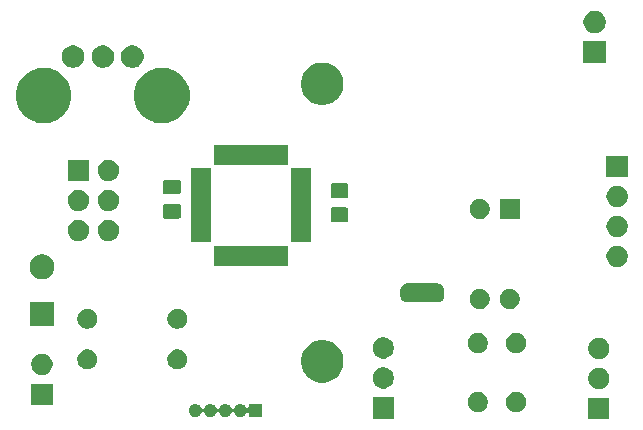
<source format=gbr>
G04 #@! TF.GenerationSoftware,KiCad,Pcbnew,(5.1.5)-3*
G04 #@! TF.CreationDate,2020-03-27T13:38:25+01:00*
G04 #@! TF.ProjectId,mimu_batt,6d696d75-5f62-4617-9474-2e6b69636164,rev?*
G04 #@! TF.SameCoordinates,Original*
G04 #@! TF.FileFunction,Soldermask,Top*
G04 #@! TF.FilePolarity,Negative*
%FSLAX46Y46*%
G04 Gerber Fmt 4.6, Leading zero omitted, Abs format (unit mm)*
G04 Created by KiCad (PCBNEW (5.1.5)-3) date 2020-03-27 13:38:25*
%MOMM*%
%LPD*%
G04 APERTURE LIST*
%ADD10C,0.100000*%
G04 APERTURE END LIST*
D10*
G36*
X215651000Y-124701000D02*
G01*
X213849000Y-124701000D01*
X213849000Y-122899000D01*
X215651000Y-122899000D01*
X215651000Y-124701000D01*
G37*
G36*
X197401000Y-124651000D02*
G01*
X195599000Y-124651000D01*
X195599000Y-122849000D01*
X197401000Y-122849000D01*
X197401000Y-124651000D01*
G37*
G36*
X180754721Y-123422174D02*
G01*
X180854995Y-123463709D01*
X180854996Y-123463710D01*
X180945242Y-123524010D01*
X181021990Y-123600758D01*
X181021991Y-123600760D01*
X181082291Y-123691005D01*
X181113516Y-123766389D01*
X181125067Y-123788000D01*
X181140612Y-123806941D01*
X181159554Y-123822487D01*
X181181165Y-123834038D01*
X181204614Y-123841151D01*
X181229000Y-123843553D01*
X181253386Y-123841151D01*
X181276835Y-123834038D01*
X181298446Y-123822487D01*
X181317387Y-123806942D01*
X181332933Y-123788000D01*
X181344484Y-123766389D01*
X181375709Y-123691005D01*
X181436009Y-123600760D01*
X181436010Y-123600758D01*
X181512758Y-123524010D01*
X181603004Y-123463710D01*
X181603005Y-123463709D01*
X181703279Y-123422174D01*
X181809730Y-123401000D01*
X181918270Y-123401000D01*
X182024721Y-123422174D01*
X182124995Y-123463709D01*
X182124996Y-123463710D01*
X182215242Y-123524010D01*
X182291990Y-123600758D01*
X182291991Y-123600760D01*
X182352291Y-123691005D01*
X182383516Y-123766389D01*
X182395067Y-123788000D01*
X182410612Y-123806941D01*
X182429554Y-123822487D01*
X182451165Y-123834038D01*
X182474614Y-123841151D01*
X182499000Y-123843553D01*
X182523386Y-123841151D01*
X182546835Y-123834038D01*
X182568446Y-123822487D01*
X182587387Y-123806942D01*
X182602933Y-123788000D01*
X182614484Y-123766389D01*
X182645709Y-123691005D01*
X182706009Y-123600760D01*
X182706010Y-123600758D01*
X182782758Y-123524010D01*
X182873004Y-123463710D01*
X182873005Y-123463709D01*
X182973279Y-123422174D01*
X183079730Y-123401000D01*
X183188270Y-123401000D01*
X183294721Y-123422174D01*
X183394995Y-123463709D01*
X183394996Y-123463710D01*
X183485242Y-123524010D01*
X183561990Y-123600758D01*
X183561991Y-123600760D01*
X183622291Y-123691005D01*
X183653516Y-123766389D01*
X183665067Y-123788000D01*
X183680612Y-123806941D01*
X183699554Y-123822487D01*
X183721165Y-123834038D01*
X183744614Y-123841151D01*
X183769000Y-123843553D01*
X183793386Y-123841151D01*
X183816835Y-123834038D01*
X183838446Y-123822487D01*
X183857387Y-123806942D01*
X183872933Y-123788000D01*
X183884484Y-123766389D01*
X183915709Y-123691005D01*
X183976009Y-123600760D01*
X183976010Y-123600758D01*
X184052758Y-123524010D01*
X184143004Y-123463710D01*
X184143005Y-123463709D01*
X184243279Y-123422174D01*
X184349730Y-123401000D01*
X184458270Y-123401000D01*
X184564721Y-123422174D01*
X184664995Y-123463709D01*
X184664996Y-123463710D01*
X184755242Y-123524010D01*
X184831990Y-123600758D01*
X184831991Y-123600760D01*
X184894068Y-123693664D01*
X184909614Y-123712606D01*
X184928556Y-123728151D01*
X184950167Y-123739702D01*
X184973615Y-123746815D01*
X184998002Y-123749217D01*
X185022388Y-123746815D01*
X185045837Y-123739702D01*
X185067447Y-123728151D01*
X185086389Y-123712605D01*
X185101934Y-123693663D01*
X185113485Y-123672052D01*
X185120598Y-123648604D01*
X185123000Y-123624218D01*
X185123000Y-123401000D01*
X186225000Y-123401000D01*
X186225000Y-124503000D01*
X185123000Y-124503000D01*
X185123000Y-124279782D01*
X185120598Y-124255396D01*
X185113485Y-124231947D01*
X185101934Y-124210336D01*
X185086389Y-124191394D01*
X185067447Y-124175849D01*
X185045836Y-124164298D01*
X185022387Y-124157185D01*
X184998001Y-124154783D01*
X184973615Y-124157185D01*
X184950166Y-124164298D01*
X184928555Y-124175849D01*
X184909613Y-124191394D01*
X184894068Y-124210336D01*
X184852988Y-124271816D01*
X184831990Y-124303242D01*
X184755242Y-124379990D01*
X184709812Y-124410345D01*
X184664995Y-124440291D01*
X184564721Y-124481826D01*
X184458270Y-124503000D01*
X184349730Y-124503000D01*
X184243279Y-124481826D01*
X184143005Y-124440291D01*
X184098188Y-124410345D01*
X184052758Y-124379990D01*
X183976010Y-124303242D01*
X183944041Y-124255396D01*
X183915709Y-124212995D01*
X183884484Y-124137611D01*
X183872933Y-124116000D01*
X183857388Y-124097059D01*
X183838446Y-124081513D01*
X183816835Y-124069962D01*
X183793386Y-124062849D01*
X183769000Y-124060447D01*
X183744614Y-124062849D01*
X183721165Y-124069962D01*
X183699554Y-124081513D01*
X183680613Y-124097058D01*
X183665067Y-124116000D01*
X183653516Y-124137611D01*
X183622291Y-124212995D01*
X183593959Y-124255396D01*
X183561990Y-124303242D01*
X183485242Y-124379990D01*
X183439812Y-124410345D01*
X183394995Y-124440291D01*
X183294721Y-124481826D01*
X183188270Y-124503000D01*
X183079730Y-124503000D01*
X182973279Y-124481826D01*
X182873005Y-124440291D01*
X182828188Y-124410345D01*
X182782758Y-124379990D01*
X182706010Y-124303242D01*
X182674041Y-124255396D01*
X182645709Y-124212995D01*
X182614484Y-124137611D01*
X182602933Y-124116000D01*
X182587388Y-124097059D01*
X182568446Y-124081513D01*
X182546835Y-124069962D01*
X182523386Y-124062849D01*
X182499000Y-124060447D01*
X182474614Y-124062849D01*
X182451165Y-124069962D01*
X182429554Y-124081513D01*
X182410613Y-124097058D01*
X182395067Y-124116000D01*
X182383516Y-124137611D01*
X182352291Y-124212995D01*
X182323959Y-124255396D01*
X182291990Y-124303242D01*
X182215242Y-124379990D01*
X182169812Y-124410345D01*
X182124995Y-124440291D01*
X182024721Y-124481826D01*
X181918270Y-124503000D01*
X181809730Y-124503000D01*
X181703279Y-124481826D01*
X181603005Y-124440291D01*
X181558188Y-124410345D01*
X181512758Y-124379990D01*
X181436010Y-124303242D01*
X181404041Y-124255396D01*
X181375709Y-124212995D01*
X181344484Y-124137611D01*
X181332933Y-124116000D01*
X181317388Y-124097059D01*
X181298446Y-124081513D01*
X181276835Y-124069962D01*
X181253386Y-124062849D01*
X181229000Y-124060447D01*
X181204614Y-124062849D01*
X181181165Y-124069962D01*
X181159554Y-124081513D01*
X181140613Y-124097058D01*
X181125067Y-124116000D01*
X181113516Y-124137611D01*
X181082291Y-124212995D01*
X181053959Y-124255396D01*
X181021990Y-124303242D01*
X180945242Y-124379990D01*
X180899812Y-124410345D01*
X180854995Y-124440291D01*
X180754721Y-124481826D01*
X180648270Y-124503000D01*
X180539730Y-124503000D01*
X180433279Y-124481826D01*
X180333005Y-124440291D01*
X180288188Y-124410345D01*
X180242758Y-124379990D01*
X180166010Y-124303242D01*
X180134041Y-124255396D01*
X180105709Y-124212995D01*
X180064174Y-124112721D01*
X180043000Y-124006270D01*
X180043000Y-123897730D01*
X180064174Y-123791279D01*
X180105709Y-123691005D01*
X180166009Y-123600760D01*
X180166010Y-123600758D01*
X180242758Y-123524010D01*
X180333004Y-123463710D01*
X180333005Y-123463709D01*
X180433279Y-123422174D01*
X180539730Y-123401000D01*
X180648270Y-123401000D01*
X180754721Y-123422174D01*
G37*
G36*
X207998228Y-122431703D02*
G01*
X208153100Y-122495853D01*
X208292481Y-122588985D01*
X208411015Y-122707519D01*
X208504147Y-122846900D01*
X208568297Y-123001772D01*
X208601000Y-123166184D01*
X208601000Y-123333816D01*
X208568297Y-123498228D01*
X208504147Y-123653100D01*
X208411015Y-123792481D01*
X208292481Y-123911015D01*
X208153100Y-124004147D01*
X207998228Y-124068297D01*
X207833816Y-124101000D01*
X207666184Y-124101000D01*
X207501772Y-124068297D01*
X207346900Y-124004147D01*
X207207519Y-123911015D01*
X207088985Y-123792481D01*
X206995853Y-123653100D01*
X206931703Y-123498228D01*
X206899000Y-123333816D01*
X206899000Y-123166184D01*
X206931703Y-123001772D01*
X206995853Y-122846900D01*
X207088985Y-122707519D01*
X207207519Y-122588985D01*
X207346900Y-122495853D01*
X207501772Y-122431703D01*
X207666184Y-122399000D01*
X207833816Y-122399000D01*
X207998228Y-122431703D01*
G37*
G36*
X204748228Y-122431703D02*
G01*
X204903100Y-122495853D01*
X205042481Y-122588985D01*
X205161015Y-122707519D01*
X205254147Y-122846900D01*
X205318297Y-123001772D01*
X205351000Y-123166184D01*
X205351000Y-123333816D01*
X205318297Y-123498228D01*
X205254147Y-123653100D01*
X205161015Y-123792481D01*
X205042481Y-123911015D01*
X204903100Y-124004147D01*
X204748228Y-124068297D01*
X204583816Y-124101000D01*
X204416184Y-124101000D01*
X204251772Y-124068297D01*
X204096900Y-124004147D01*
X203957519Y-123911015D01*
X203838985Y-123792481D01*
X203745853Y-123653100D01*
X203681703Y-123498228D01*
X203649000Y-123333816D01*
X203649000Y-123166184D01*
X203681703Y-123001772D01*
X203745853Y-122846900D01*
X203838985Y-122707519D01*
X203957519Y-122588985D01*
X204096900Y-122495853D01*
X204251772Y-122431703D01*
X204416184Y-122399000D01*
X204583816Y-122399000D01*
X204748228Y-122431703D01*
G37*
G36*
X168501000Y-123501000D02*
G01*
X166699000Y-123501000D01*
X166699000Y-121699000D01*
X168501000Y-121699000D01*
X168501000Y-123501000D01*
G37*
G36*
X214863512Y-120363927D02*
G01*
X215012812Y-120393624D01*
X215176784Y-120461544D01*
X215324354Y-120560147D01*
X215449853Y-120685646D01*
X215548456Y-120833216D01*
X215616376Y-120997188D01*
X215651000Y-121171259D01*
X215651000Y-121348741D01*
X215616376Y-121522812D01*
X215548456Y-121686784D01*
X215449853Y-121834354D01*
X215324354Y-121959853D01*
X215176784Y-122058456D01*
X215012812Y-122126376D01*
X214863512Y-122156073D01*
X214838742Y-122161000D01*
X214661258Y-122161000D01*
X214636488Y-122156073D01*
X214487188Y-122126376D01*
X214323216Y-122058456D01*
X214175646Y-121959853D01*
X214050147Y-121834354D01*
X213951544Y-121686784D01*
X213883624Y-121522812D01*
X213849000Y-121348741D01*
X213849000Y-121171259D01*
X213883624Y-120997188D01*
X213951544Y-120833216D01*
X214050147Y-120685646D01*
X214175646Y-120560147D01*
X214323216Y-120461544D01*
X214487188Y-120393624D01*
X214636488Y-120363927D01*
X214661258Y-120359000D01*
X214838742Y-120359000D01*
X214863512Y-120363927D01*
G37*
G36*
X196613512Y-120313927D02*
G01*
X196762812Y-120343624D01*
X196926784Y-120411544D01*
X197074354Y-120510147D01*
X197199853Y-120635646D01*
X197298456Y-120783216D01*
X197366376Y-120947188D01*
X197401000Y-121121259D01*
X197401000Y-121298741D01*
X197366376Y-121472812D01*
X197298456Y-121636784D01*
X197199853Y-121784354D01*
X197074354Y-121909853D01*
X196926784Y-122008456D01*
X196762812Y-122076376D01*
X196613512Y-122106073D01*
X196588742Y-122111000D01*
X196411258Y-122111000D01*
X196386488Y-122106073D01*
X196237188Y-122076376D01*
X196073216Y-122008456D01*
X195925646Y-121909853D01*
X195800147Y-121784354D01*
X195701544Y-121636784D01*
X195633624Y-121472812D01*
X195599000Y-121298741D01*
X195599000Y-121121259D01*
X195633624Y-120947188D01*
X195701544Y-120783216D01*
X195800147Y-120635646D01*
X195925646Y-120510147D01*
X196073216Y-120411544D01*
X196237188Y-120343624D01*
X196386488Y-120313927D01*
X196411258Y-120309000D01*
X196588742Y-120309000D01*
X196613512Y-120313927D01*
G37*
G36*
X191848931Y-118068211D02*
G01*
X192176692Y-118203974D01*
X192471670Y-118401072D01*
X192722528Y-118651930D01*
X192919626Y-118946908D01*
X193055389Y-119274669D01*
X193124600Y-119622616D01*
X193124600Y-119977384D01*
X193055389Y-120325331D01*
X192919626Y-120653092D01*
X192722528Y-120948070D01*
X192471670Y-121198928D01*
X192176692Y-121396026D01*
X191848931Y-121531789D01*
X191500984Y-121601000D01*
X191146216Y-121601000D01*
X190798269Y-121531789D01*
X190470508Y-121396026D01*
X190175530Y-121198928D01*
X189924672Y-120948070D01*
X189727574Y-120653092D01*
X189591811Y-120325331D01*
X189522600Y-119977384D01*
X189522600Y-119622616D01*
X189591811Y-119274669D01*
X189727574Y-118946908D01*
X189924672Y-118651930D01*
X190175530Y-118401072D01*
X190470508Y-118203974D01*
X190798269Y-118068211D01*
X191146216Y-117999000D01*
X191500984Y-117999000D01*
X191848931Y-118068211D01*
G37*
G36*
X167713512Y-119163927D02*
G01*
X167862812Y-119193624D01*
X168026784Y-119261544D01*
X168174354Y-119360147D01*
X168299853Y-119485646D01*
X168398456Y-119633216D01*
X168466376Y-119797188D01*
X168501000Y-119971259D01*
X168501000Y-120148741D01*
X168466376Y-120322812D01*
X168398456Y-120486784D01*
X168299853Y-120634354D01*
X168174354Y-120759853D01*
X168026784Y-120858456D01*
X167862812Y-120926376D01*
X167713512Y-120956073D01*
X167688742Y-120961000D01*
X167511258Y-120961000D01*
X167486488Y-120956073D01*
X167337188Y-120926376D01*
X167173216Y-120858456D01*
X167025646Y-120759853D01*
X166900147Y-120634354D01*
X166801544Y-120486784D01*
X166733624Y-120322812D01*
X166699000Y-120148741D01*
X166699000Y-119971259D01*
X166733624Y-119797188D01*
X166801544Y-119633216D01*
X166900147Y-119485646D01*
X167025646Y-119360147D01*
X167173216Y-119261544D01*
X167337188Y-119193624D01*
X167486488Y-119163927D01*
X167511258Y-119159000D01*
X167688742Y-119159000D01*
X167713512Y-119163927D01*
G37*
G36*
X171698228Y-118815703D02*
G01*
X171853100Y-118879853D01*
X171992481Y-118972985D01*
X172111015Y-119091519D01*
X172204147Y-119230900D01*
X172268297Y-119385772D01*
X172301000Y-119550184D01*
X172301000Y-119717816D01*
X172268297Y-119882228D01*
X172204147Y-120037100D01*
X172111015Y-120176481D01*
X171992481Y-120295015D01*
X171853100Y-120388147D01*
X171698228Y-120452297D01*
X171533816Y-120485000D01*
X171366184Y-120485000D01*
X171201772Y-120452297D01*
X171046900Y-120388147D01*
X170907519Y-120295015D01*
X170788985Y-120176481D01*
X170695853Y-120037100D01*
X170631703Y-119882228D01*
X170599000Y-119717816D01*
X170599000Y-119550184D01*
X170631703Y-119385772D01*
X170695853Y-119230900D01*
X170788985Y-119091519D01*
X170907519Y-118972985D01*
X171046900Y-118879853D01*
X171201772Y-118815703D01*
X171366184Y-118783000D01*
X171533816Y-118783000D01*
X171698228Y-118815703D01*
G37*
G36*
X179318228Y-118815703D02*
G01*
X179473100Y-118879853D01*
X179612481Y-118972985D01*
X179731015Y-119091519D01*
X179824147Y-119230900D01*
X179888297Y-119385772D01*
X179921000Y-119550184D01*
X179921000Y-119717816D01*
X179888297Y-119882228D01*
X179824147Y-120037100D01*
X179731015Y-120176481D01*
X179612481Y-120295015D01*
X179473100Y-120388147D01*
X179318228Y-120452297D01*
X179153816Y-120485000D01*
X178986184Y-120485000D01*
X178821772Y-120452297D01*
X178666900Y-120388147D01*
X178527519Y-120295015D01*
X178408985Y-120176481D01*
X178315853Y-120037100D01*
X178251703Y-119882228D01*
X178219000Y-119717816D01*
X178219000Y-119550184D01*
X178251703Y-119385772D01*
X178315853Y-119230900D01*
X178408985Y-119091519D01*
X178527519Y-118972985D01*
X178666900Y-118879853D01*
X178821772Y-118815703D01*
X178986184Y-118783000D01*
X179153816Y-118783000D01*
X179318228Y-118815703D01*
G37*
G36*
X214863512Y-117823927D02*
G01*
X215012812Y-117853624D01*
X215176784Y-117921544D01*
X215324354Y-118020147D01*
X215449853Y-118145646D01*
X215548456Y-118293216D01*
X215616376Y-118457188D01*
X215651000Y-118631259D01*
X215651000Y-118808741D01*
X215616376Y-118982812D01*
X215548456Y-119146784D01*
X215449853Y-119294354D01*
X215324354Y-119419853D01*
X215176784Y-119518456D01*
X215012812Y-119586376D01*
X214863512Y-119616073D01*
X214838742Y-119621000D01*
X214661258Y-119621000D01*
X214636488Y-119616073D01*
X214487188Y-119586376D01*
X214323216Y-119518456D01*
X214175646Y-119419853D01*
X214050147Y-119294354D01*
X213951544Y-119146784D01*
X213883624Y-118982812D01*
X213849000Y-118808741D01*
X213849000Y-118631259D01*
X213883624Y-118457188D01*
X213951544Y-118293216D01*
X214050147Y-118145646D01*
X214175646Y-118020147D01*
X214323216Y-117921544D01*
X214487188Y-117853624D01*
X214636488Y-117823927D01*
X214661258Y-117819000D01*
X214838742Y-117819000D01*
X214863512Y-117823927D01*
G37*
G36*
X196613512Y-117773927D02*
G01*
X196762812Y-117803624D01*
X196926784Y-117871544D01*
X197074354Y-117970147D01*
X197199853Y-118095646D01*
X197298456Y-118243216D01*
X197366376Y-118407188D01*
X197401000Y-118581259D01*
X197401000Y-118758741D01*
X197366376Y-118932812D01*
X197298456Y-119096784D01*
X197199853Y-119244354D01*
X197074354Y-119369853D01*
X196926784Y-119468456D01*
X196762812Y-119536376D01*
X196613512Y-119566073D01*
X196588742Y-119571000D01*
X196411258Y-119571000D01*
X196386488Y-119566073D01*
X196237188Y-119536376D01*
X196073216Y-119468456D01*
X195925646Y-119369853D01*
X195800147Y-119244354D01*
X195701544Y-119096784D01*
X195633624Y-118932812D01*
X195599000Y-118758741D01*
X195599000Y-118581259D01*
X195633624Y-118407188D01*
X195701544Y-118243216D01*
X195800147Y-118095646D01*
X195925646Y-117970147D01*
X196073216Y-117871544D01*
X196237188Y-117803624D01*
X196386488Y-117773927D01*
X196411258Y-117769000D01*
X196588742Y-117769000D01*
X196613512Y-117773927D01*
G37*
G36*
X207998228Y-117431703D02*
G01*
X208153100Y-117495853D01*
X208292481Y-117588985D01*
X208411015Y-117707519D01*
X208504147Y-117846900D01*
X208568297Y-118001772D01*
X208601000Y-118166184D01*
X208601000Y-118333816D01*
X208568297Y-118498228D01*
X208504147Y-118653100D01*
X208411015Y-118792481D01*
X208292481Y-118911015D01*
X208153100Y-119004147D01*
X207998228Y-119068297D01*
X207833816Y-119101000D01*
X207666184Y-119101000D01*
X207501772Y-119068297D01*
X207346900Y-119004147D01*
X207207519Y-118911015D01*
X207088985Y-118792481D01*
X206995853Y-118653100D01*
X206931703Y-118498228D01*
X206899000Y-118333816D01*
X206899000Y-118166184D01*
X206931703Y-118001772D01*
X206995853Y-117846900D01*
X207088985Y-117707519D01*
X207207519Y-117588985D01*
X207346900Y-117495853D01*
X207501772Y-117431703D01*
X207666184Y-117399000D01*
X207833816Y-117399000D01*
X207998228Y-117431703D01*
G37*
G36*
X204748228Y-117431703D02*
G01*
X204903100Y-117495853D01*
X205042481Y-117588985D01*
X205161015Y-117707519D01*
X205254147Y-117846900D01*
X205318297Y-118001772D01*
X205351000Y-118166184D01*
X205351000Y-118333816D01*
X205318297Y-118498228D01*
X205254147Y-118653100D01*
X205161015Y-118792481D01*
X205042481Y-118911015D01*
X204903100Y-119004147D01*
X204748228Y-119068297D01*
X204583816Y-119101000D01*
X204416184Y-119101000D01*
X204251772Y-119068297D01*
X204096900Y-119004147D01*
X203957519Y-118911015D01*
X203838985Y-118792481D01*
X203745853Y-118653100D01*
X203681703Y-118498228D01*
X203649000Y-118333816D01*
X203649000Y-118166184D01*
X203681703Y-118001772D01*
X203745853Y-117846900D01*
X203838985Y-117707519D01*
X203957519Y-117588985D01*
X204096900Y-117495853D01*
X204251772Y-117431703D01*
X204416184Y-117399000D01*
X204583816Y-117399000D01*
X204748228Y-117431703D01*
G37*
G36*
X171698228Y-115386703D02*
G01*
X171853100Y-115450853D01*
X171992481Y-115543985D01*
X172111015Y-115662519D01*
X172204147Y-115801900D01*
X172268297Y-115956772D01*
X172301000Y-116121184D01*
X172301000Y-116288816D01*
X172268297Y-116453228D01*
X172204147Y-116608100D01*
X172111015Y-116747481D01*
X171992481Y-116866015D01*
X171853100Y-116959147D01*
X171698228Y-117023297D01*
X171533816Y-117056000D01*
X171366184Y-117056000D01*
X171201772Y-117023297D01*
X171046900Y-116959147D01*
X170907519Y-116866015D01*
X170788985Y-116747481D01*
X170695853Y-116608100D01*
X170631703Y-116453228D01*
X170599000Y-116288816D01*
X170599000Y-116121184D01*
X170631703Y-115956772D01*
X170695853Y-115801900D01*
X170788985Y-115662519D01*
X170907519Y-115543985D01*
X171046900Y-115450853D01*
X171201772Y-115386703D01*
X171366184Y-115354000D01*
X171533816Y-115354000D01*
X171698228Y-115386703D01*
G37*
G36*
X179318228Y-115386703D02*
G01*
X179473100Y-115450853D01*
X179612481Y-115543985D01*
X179731015Y-115662519D01*
X179824147Y-115801900D01*
X179888297Y-115956772D01*
X179921000Y-116121184D01*
X179921000Y-116288816D01*
X179888297Y-116453228D01*
X179824147Y-116608100D01*
X179731015Y-116747481D01*
X179612481Y-116866015D01*
X179473100Y-116959147D01*
X179318228Y-117023297D01*
X179153816Y-117056000D01*
X178986184Y-117056000D01*
X178821772Y-117023297D01*
X178666900Y-116959147D01*
X178527519Y-116866015D01*
X178408985Y-116747481D01*
X178315853Y-116608100D01*
X178251703Y-116453228D01*
X178219000Y-116288816D01*
X178219000Y-116121184D01*
X178251703Y-115956772D01*
X178315853Y-115801900D01*
X178408985Y-115662519D01*
X178527519Y-115543985D01*
X178666900Y-115450853D01*
X178821772Y-115386703D01*
X178986184Y-115354000D01*
X179153816Y-115354000D01*
X179318228Y-115386703D01*
G37*
G36*
X168651000Y-116851000D02*
G01*
X166549000Y-116851000D01*
X166549000Y-114749000D01*
X168651000Y-114749000D01*
X168651000Y-116851000D01*
G37*
G36*
X207448228Y-113701703D02*
G01*
X207603100Y-113765853D01*
X207742481Y-113858985D01*
X207861015Y-113977519D01*
X207954147Y-114116900D01*
X208018297Y-114271772D01*
X208051000Y-114436184D01*
X208051000Y-114603816D01*
X208018297Y-114768228D01*
X207954147Y-114923100D01*
X207861015Y-115062481D01*
X207742481Y-115181015D01*
X207603100Y-115274147D01*
X207448228Y-115338297D01*
X207283816Y-115371000D01*
X207116184Y-115371000D01*
X206951772Y-115338297D01*
X206796900Y-115274147D01*
X206657519Y-115181015D01*
X206538985Y-115062481D01*
X206445853Y-114923100D01*
X206381703Y-114768228D01*
X206349000Y-114603816D01*
X206349000Y-114436184D01*
X206381703Y-114271772D01*
X206445853Y-114116900D01*
X206538985Y-113977519D01*
X206657519Y-113858985D01*
X206796900Y-113765853D01*
X206951772Y-113701703D01*
X207116184Y-113669000D01*
X207283816Y-113669000D01*
X207448228Y-113701703D01*
G37*
G36*
X204908228Y-113701703D02*
G01*
X205063100Y-113765853D01*
X205202481Y-113858985D01*
X205321015Y-113977519D01*
X205414147Y-114116900D01*
X205478297Y-114271772D01*
X205511000Y-114436184D01*
X205511000Y-114603816D01*
X205478297Y-114768228D01*
X205414147Y-114923100D01*
X205321015Y-115062481D01*
X205202481Y-115181015D01*
X205063100Y-115274147D01*
X204908228Y-115338297D01*
X204743816Y-115371000D01*
X204576184Y-115371000D01*
X204411772Y-115338297D01*
X204256900Y-115274147D01*
X204117519Y-115181015D01*
X203998985Y-115062481D01*
X203905853Y-114923100D01*
X203841703Y-114768228D01*
X203809000Y-114603816D01*
X203809000Y-114436184D01*
X203841703Y-114271772D01*
X203905853Y-114116900D01*
X203998985Y-113977519D01*
X204117519Y-113858985D01*
X204256900Y-113765853D01*
X204411772Y-113701703D01*
X204576184Y-113669000D01*
X204743816Y-113669000D01*
X204908228Y-113701703D01*
G37*
G36*
X199059999Y-113199737D02*
G01*
X199074528Y-113204145D01*
X199087711Y-113209606D01*
X199111745Y-113214388D01*
X199136249Y-113214389D01*
X199160282Y-113209609D01*
X199182921Y-113200232D01*
X199184765Y-113199000D01*
X200416050Y-113199000D01*
X200428164Y-113205475D01*
X200451613Y-113212588D01*
X200475999Y-113214990D01*
X200500385Y-113212588D01*
X200523834Y-113205475D01*
X200528746Y-113203152D01*
X200540001Y-113199737D01*
X200556140Y-113198148D01*
X201093861Y-113198148D01*
X201112199Y-113199954D01*
X201124450Y-113200556D01*
X201142869Y-113200556D01*
X201165149Y-113202750D01*
X201249233Y-113219476D01*
X201270660Y-113225976D01*
X201349858Y-113258780D01*
X201355303Y-113261691D01*
X201355309Y-113261693D01*
X201364169Y-113266429D01*
X201364173Y-113266432D01*
X201369614Y-113269340D01*
X201440899Y-113316971D01*
X201458204Y-113331172D01*
X201518828Y-113391796D01*
X201533029Y-113409101D01*
X201580660Y-113480386D01*
X201583568Y-113485827D01*
X201583571Y-113485831D01*
X201588307Y-113494691D01*
X201588309Y-113494697D01*
X201591220Y-113500142D01*
X201624024Y-113579340D01*
X201630524Y-113600767D01*
X201647250Y-113684851D01*
X201649444Y-113707131D01*
X201649444Y-113725550D01*
X201650046Y-113737801D01*
X201651852Y-113756139D01*
X201651852Y-114243862D01*
X201650046Y-114262199D01*
X201649444Y-114274450D01*
X201649444Y-114292869D01*
X201647250Y-114315149D01*
X201630524Y-114399233D01*
X201624024Y-114420660D01*
X201591220Y-114499858D01*
X201588309Y-114505303D01*
X201588307Y-114505309D01*
X201583571Y-114514169D01*
X201583568Y-114514173D01*
X201580660Y-114519614D01*
X201533029Y-114590899D01*
X201518828Y-114608204D01*
X201458204Y-114668828D01*
X201440899Y-114683029D01*
X201369614Y-114730660D01*
X201364173Y-114733568D01*
X201364169Y-114733571D01*
X201355309Y-114738307D01*
X201355303Y-114738309D01*
X201349858Y-114741220D01*
X201270660Y-114774024D01*
X201249233Y-114780524D01*
X201165149Y-114797250D01*
X201142869Y-114799444D01*
X201124450Y-114799444D01*
X201112199Y-114800046D01*
X201093862Y-114801852D01*
X200556140Y-114801852D01*
X200540001Y-114800263D01*
X200525472Y-114795855D01*
X200512289Y-114790394D01*
X200488255Y-114785612D01*
X200463751Y-114785611D01*
X200439718Y-114790391D01*
X200417079Y-114799768D01*
X200415235Y-114801000D01*
X199183950Y-114801000D01*
X199171836Y-114794525D01*
X199148387Y-114787412D01*
X199124001Y-114785010D01*
X199099615Y-114787412D01*
X199076166Y-114794525D01*
X199071254Y-114796848D01*
X199059999Y-114800263D01*
X199043860Y-114801852D01*
X198506138Y-114801852D01*
X198487801Y-114800046D01*
X198475550Y-114799444D01*
X198457131Y-114799444D01*
X198434851Y-114797250D01*
X198350767Y-114780524D01*
X198329340Y-114774024D01*
X198250142Y-114741220D01*
X198244697Y-114738309D01*
X198244691Y-114738307D01*
X198235831Y-114733571D01*
X198235827Y-114733568D01*
X198230386Y-114730660D01*
X198159101Y-114683029D01*
X198141796Y-114668828D01*
X198081172Y-114608204D01*
X198066971Y-114590899D01*
X198019340Y-114519614D01*
X198016432Y-114514173D01*
X198016429Y-114514169D01*
X198011693Y-114505309D01*
X198011691Y-114505303D01*
X198008780Y-114499858D01*
X197975976Y-114420660D01*
X197969476Y-114399233D01*
X197952750Y-114315149D01*
X197950556Y-114292869D01*
X197950556Y-114274450D01*
X197949954Y-114262199D01*
X197948148Y-114243862D01*
X197948148Y-113756139D01*
X197949954Y-113737801D01*
X197950556Y-113725550D01*
X197950556Y-113707131D01*
X197952750Y-113684851D01*
X197969476Y-113600767D01*
X197975976Y-113579340D01*
X198008780Y-113500142D01*
X198011691Y-113494697D01*
X198011693Y-113494691D01*
X198016429Y-113485831D01*
X198016432Y-113485827D01*
X198019340Y-113480386D01*
X198066971Y-113409101D01*
X198081172Y-113391796D01*
X198141796Y-113331172D01*
X198159101Y-113316971D01*
X198230386Y-113269340D01*
X198235827Y-113266432D01*
X198235831Y-113266429D01*
X198244691Y-113261693D01*
X198244697Y-113261691D01*
X198250142Y-113258780D01*
X198329340Y-113225976D01*
X198350767Y-113219476D01*
X198434851Y-113202750D01*
X198457131Y-113200556D01*
X198475550Y-113200556D01*
X198487801Y-113199954D01*
X198506139Y-113198148D01*
X199043860Y-113198148D01*
X199059999Y-113199737D01*
G37*
G36*
X167906564Y-110789389D02*
G01*
X168007647Y-110831259D01*
X168097835Y-110868616D01*
X168269973Y-110983635D01*
X168416365Y-111130027D01*
X168531385Y-111302167D01*
X168610611Y-111493436D01*
X168651000Y-111696484D01*
X168651000Y-111903516D01*
X168610611Y-112106564D01*
X168531385Y-112297833D01*
X168531384Y-112297835D01*
X168416365Y-112469973D01*
X168269973Y-112616365D01*
X168097835Y-112731384D01*
X168097834Y-112731385D01*
X168097833Y-112731385D01*
X167906564Y-112810611D01*
X167703516Y-112851000D01*
X167496484Y-112851000D01*
X167293436Y-112810611D01*
X167102167Y-112731385D01*
X167102166Y-112731385D01*
X167102165Y-112731384D01*
X166930027Y-112616365D01*
X166783635Y-112469973D01*
X166668616Y-112297835D01*
X166668615Y-112297833D01*
X166589389Y-112106564D01*
X166549000Y-111903516D01*
X166549000Y-111696484D01*
X166589389Y-111493436D01*
X166668615Y-111302167D01*
X166783635Y-111130027D01*
X166930027Y-110983635D01*
X167102165Y-110868616D01*
X167192353Y-110831259D01*
X167293436Y-110789389D01*
X167496484Y-110749000D01*
X167703516Y-110749000D01*
X167906564Y-110789389D01*
G37*
G36*
X216413512Y-110023927D02*
G01*
X216562812Y-110053624D01*
X216726784Y-110121544D01*
X216874354Y-110220147D01*
X216999853Y-110345646D01*
X217098456Y-110493216D01*
X217166376Y-110657188D01*
X217201000Y-110831259D01*
X217201000Y-111008741D01*
X217166376Y-111182812D01*
X217098456Y-111346784D01*
X216999853Y-111494354D01*
X216874354Y-111619853D01*
X216726784Y-111718456D01*
X216562812Y-111786376D01*
X216413512Y-111816073D01*
X216388742Y-111821000D01*
X216211258Y-111821000D01*
X216186488Y-111816073D01*
X216037188Y-111786376D01*
X215873216Y-111718456D01*
X215725646Y-111619853D01*
X215600147Y-111494354D01*
X215501544Y-111346784D01*
X215433624Y-111182812D01*
X215399000Y-111008741D01*
X215399000Y-110831259D01*
X215433624Y-110657188D01*
X215501544Y-110493216D01*
X215600147Y-110345646D01*
X215725646Y-110220147D01*
X215873216Y-110121544D01*
X216037188Y-110053624D01*
X216186488Y-110023927D01*
X216211258Y-110019000D01*
X216388742Y-110019000D01*
X216413512Y-110023927D01*
G37*
G36*
X188426000Y-111701000D02*
G01*
X182174000Y-111701000D01*
X182174000Y-109999000D01*
X188426000Y-109999000D01*
X188426000Y-111701000D01*
G37*
G36*
X190401000Y-109726000D02*
G01*
X188699000Y-109726000D01*
X188699000Y-103474000D01*
X190401000Y-103474000D01*
X190401000Y-109726000D01*
G37*
G36*
X181901000Y-109726000D02*
G01*
X180199000Y-109726000D01*
X180199000Y-103474000D01*
X181901000Y-103474000D01*
X181901000Y-109726000D01*
G37*
G36*
X173341512Y-107815927D02*
G01*
X173490812Y-107845624D01*
X173654784Y-107913544D01*
X173802354Y-108012147D01*
X173927853Y-108137646D01*
X174026456Y-108285216D01*
X174094376Y-108449188D01*
X174124073Y-108598488D01*
X174129000Y-108623258D01*
X174129000Y-108800742D01*
X174127798Y-108806784D01*
X174094376Y-108974812D01*
X174026456Y-109138784D01*
X173927853Y-109286354D01*
X173802354Y-109411853D01*
X173654784Y-109510456D01*
X173490812Y-109578376D01*
X173341512Y-109608073D01*
X173316742Y-109613000D01*
X173139258Y-109613000D01*
X173114488Y-109608073D01*
X172965188Y-109578376D01*
X172801216Y-109510456D01*
X172653646Y-109411853D01*
X172528147Y-109286354D01*
X172429544Y-109138784D01*
X172361624Y-108974812D01*
X172328202Y-108806784D01*
X172327000Y-108800742D01*
X172327000Y-108623258D01*
X172331927Y-108598488D01*
X172361624Y-108449188D01*
X172429544Y-108285216D01*
X172528147Y-108137646D01*
X172653646Y-108012147D01*
X172801216Y-107913544D01*
X172965188Y-107845624D01*
X173114488Y-107815927D01*
X173139258Y-107811000D01*
X173316742Y-107811000D01*
X173341512Y-107815927D01*
G37*
G36*
X170801512Y-107815927D02*
G01*
X170950812Y-107845624D01*
X171114784Y-107913544D01*
X171262354Y-108012147D01*
X171387853Y-108137646D01*
X171486456Y-108285216D01*
X171554376Y-108449188D01*
X171584073Y-108598488D01*
X171589000Y-108623258D01*
X171589000Y-108800742D01*
X171587798Y-108806784D01*
X171554376Y-108974812D01*
X171486456Y-109138784D01*
X171387853Y-109286354D01*
X171262354Y-109411853D01*
X171114784Y-109510456D01*
X170950812Y-109578376D01*
X170801512Y-109608073D01*
X170776742Y-109613000D01*
X170599258Y-109613000D01*
X170574488Y-109608073D01*
X170425188Y-109578376D01*
X170261216Y-109510456D01*
X170113646Y-109411853D01*
X169988147Y-109286354D01*
X169889544Y-109138784D01*
X169821624Y-108974812D01*
X169788202Y-108806784D01*
X169787000Y-108800742D01*
X169787000Y-108623258D01*
X169791927Y-108598488D01*
X169821624Y-108449188D01*
X169889544Y-108285216D01*
X169988147Y-108137646D01*
X170113646Y-108012147D01*
X170261216Y-107913544D01*
X170425188Y-107845624D01*
X170574488Y-107815927D01*
X170599258Y-107811000D01*
X170776742Y-107811000D01*
X170801512Y-107815927D01*
G37*
G36*
X216413512Y-107483927D02*
G01*
X216562812Y-107513624D01*
X216726784Y-107581544D01*
X216874354Y-107680147D01*
X216999853Y-107805646D01*
X217098456Y-107953216D01*
X217166376Y-108117188D01*
X217196073Y-108266488D01*
X217199799Y-108285218D01*
X217201000Y-108291259D01*
X217201000Y-108468741D01*
X217166376Y-108642812D01*
X217098456Y-108806784D01*
X216999853Y-108954354D01*
X216874354Y-109079853D01*
X216726784Y-109178456D01*
X216562812Y-109246376D01*
X216413512Y-109276073D01*
X216388742Y-109281000D01*
X216211258Y-109281000D01*
X216186488Y-109276073D01*
X216037188Y-109246376D01*
X215873216Y-109178456D01*
X215725646Y-109079853D01*
X215600147Y-108954354D01*
X215501544Y-108806784D01*
X215433624Y-108642812D01*
X215399000Y-108468741D01*
X215399000Y-108291259D01*
X215400202Y-108285218D01*
X215403927Y-108266488D01*
X215433624Y-108117188D01*
X215501544Y-107953216D01*
X215600147Y-107805646D01*
X215725646Y-107680147D01*
X215873216Y-107581544D01*
X216037188Y-107513624D01*
X216186488Y-107483927D01*
X216211258Y-107479000D01*
X216388742Y-107479000D01*
X216413512Y-107483927D01*
G37*
G36*
X193374674Y-106777465D02*
G01*
X193412367Y-106788899D01*
X193447103Y-106807466D01*
X193477548Y-106832452D01*
X193502534Y-106862897D01*
X193521101Y-106897633D01*
X193532535Y-106935326D01*
X193537000Y-106980661D01*
X193537000Y-107817339D01*
X193532535Y-107862674D01*
X193521101Y-107900367D01*
X193502534Y-107935103D01*
X193477548Y-107965548D01*
X193447103Y-107990534D01*
X193412367Y-108009101D01*
X193374674Y-108020535D01*
X193329339Y-108025000D01*
X192242661Y-108025000D01*
X192197326Y-108020535D01*
X192159633Y-108009101D01*
X192124897Y-107990534D01*
X192094452Y-107965548D01*
X192069466Y-107935103D01*
X192050899Y-107900367D01*
X192039465Y-107862674D01*
X192035000Y-107817339D01*
X192035000Y-106980661D01*
X192039465Y-106935326D01*
X192050899Y-106897633D01*
X192069466Y-106862897D01*
X192094452Y-106832452D01*
X192124897Y-106807466D01*
X192159633Y-106788899D01*
X192197326Y-106777465D01*
X192242661Y-106773000D01*
X193329339Y-106773000D01*
X193374674Y-106777465D01*
G37*
G36*
X204908228Y-106081703D02*
G01*
X205063100Y-106145853D01*
X205202481Y-106238985D01*
X205321015Y-106357519D01*
X205414147Y-106496900D01*
X205478297Y-106651772D01*
X205511000Y-106816184D01*
X205511000Y-106983816D01*
X205478297Y-107148228D01*
X205414147Y-107303100D01*
X205321015Y-107442481D01*
X205202481Y-107561015D01*
X205063100Y-107654147D01*
X204908228Y-107718297D01*
X204743816Y-107751000D01*
X204576184Y-107751000D01*
X204411772Y-107718297D01*
X204256900Y-107654147D01*
X204117519Y-107561015D01*
X203998985Y-107442481D01*
X203905853Y-107303100D01*
X203841703Y-107148228D01*
X203809000Y-106983816D01*
X203809000Y-106816184D01*
X203841703Y-106651772D01*
X203905853Y-106496900D01*
X203998985Y-106357519D01*
X204117519Y-106238985D01*
X204256900Y-106145853D01*
X204411772Y-106081703D01*
X204576184Y-106049000D01*
X204743816Y-106049000D01*
X204908228Y-106081703D01*
G37*
G36*
X208051000Y-107751000D02*
G01*
X206349000Y-107751000D01*
X206349000Y-106049000D01*
X208051000Y-106049000D01*
X208051000Y-107751000D01*
G37*
G36*
X179188674Y-106478465D02*
G01*
X179226367Y-106489899D01*
X179261103Y-106508466D01*
X179291548Y-106533452D01*
X179316534Y-106563897D01*
X179335101Y-106598633D01*
X179346535Y-106636326D01*
X179351000Y-106681661D01*
X179351000Y-107518339D01*
X179346535Y-107563674D01*
X179335101Y-107601367D01*
X179316534Y-107636103D01*
X179291548Y-107666548D01*
X179261103Y-107691534D01*
X179226367Y-107710101D01*
X179188674Y-107721535D01*
X179143339Y-107726000D01*
X178056661Y-107726000D01*
X178011326Y-107721535D01*
X177973633Y-107710101D01*
X177938897Y-107691534D01*
X177908452Y-107666548D01*
X177883466Y-107636103D01*
X177864899Y-107601367D01*
X177853465Y-107563674D01*
X177849000Y-107518339D01*
X177849000Y-106681661D01*
X177853465Y-106636326D01*
X177864899Y-106598633D01*
X177883466Y-106563897D01*
X177908452Y-106533452D01*
X177938897Y-106508466D01*
X177973633Y-106489899D01*
X178011326Y-106478465D01*
X178056661Y-106474000D01*
X179143339Y-106474000D01*
X179188674Y-106478465D01*
G37*
G36*
X170801512Y-105275927D02*
G01*
X170950812Y-105305624D01*
X171114784Y-105373544D01*
X171262354Y-105472147D01*
X171387853Y-105597646D01*
X171486456Y-105745216D01*
X171554376Y-105909188D01*
X171566578Y-105970535D01*
X171589000Y-106083258D01*
X171589000Y-106260742D01*
X171587798Y-106266784D01*
X171554376Y-106434812D01*
X171486456Y-106598784D01*
X171387853Y-106746354D01*
X171262354Y-106871853D01*
X171114784Y-106970456D01*
X170950812Y-107038376D01*
X170801512Y-107068073D01*
X170776742Y-107073000D01*
X170599258Y-107073000D01*
X170574488Y-107068073D01*
X170425188Y-107038376D01*
X170261216Y-106970456D01*
X170113646Y-106871853D01*
X169988147Y-106746354D01*
X169889544Y-106598784D01*
X169821624Y-106434812D01*
X169788202Y-106266784D01*
X169787000Y-106260742D01*
X169787000Y-106083258D01*
X169809422Y-105970535D01*
X169821624Y-105909188D01*
X169889544Y-105745216D01*
X169988147Y-105597646D01*
X170113646Y-105472147D01*
X170261216Y-105373544D01*
X170425188Y-105305624D01*
X170574488Y-105275927D01*
X170599258Y-105271000D01*
X170776742Y-105271000D01*
X170801512Y-105275927D01*
G37*
G36*
X173341512Y-105275927D02*
G01*
X173490812Y-105305624D01*
X173654784Y-105373544D01*
X173802354Y-105472147D01*
X173927853Y-105597646D01*
X174026456Y-105745216D01*
X174094376Y-105909188D01*
X174106578Y-105970535D01*
X174129000Y-106083258D01*
X174129000Y-106260742D01*
X174127798Y-106266784D01*
X174094376Y-106434812D01*
X174026456Y-106598784D01*
X173927853Y-106746354D01*
X173802354Y-106871853D01*
X173654784Y-106970456D01*
X173490812Y-107038376D01*
X173341512Y-107068073D01*
X173316742Y-107073000D01*
X173139258Y-107073000D01*
X173114488Y-107068073D01*
X172965188Y-107038376D01*
X172801216Y-106970456D01*
X172653646Y-106871853D01*
X172528147Y-106746354D01*
X172429544Y-106598784D01*
X172361624Y-106434812D01*
X172328202Y-106266784D01*
X172327000Y-106260742D01*
X172327000Y-106083258D01*
X172349422Y-105970535D01*
X172361624Y-105909188D01*
X172429544Y-105745216D01*
X172528147Y-105597646D01*
X172653646Y-105472147D01*
X172801216Y-105373544D01*
X172965188Y-105305624D01*
X173114488Y-105275927D01*
X173139258Y-105271000D01*
X173316742Y-105271000D01*
X173341512Y-105275927D01*
G37*
G36*
X216413512Y-104943927D02*
G01*
X216562812Y-104973624D01*
X216726784Y-105041544D01*
X216874354Y-105140147D01*
X216999853Y-105265646D01*
X217098456Y-105413216D01*
X217166376Y-105577188D01*
X217195976Y-105726000D01*
X217201000Y-105751258D01*
X217201000Y-105928742D01*
X217198654Y-105940534D01*
X217166376Y-106102812D01*
X217098456Y-106266784D01*
X216999853Y-106414354D01*
X216874354Y-106539853D01*
X216726784Y-106638456D01*
X216562812Y-106706376D01*
X216413512Y-106736073D01*
X216388742Y-106741000D01*
X216211258Y-106741000D01*
X216186488Y-106736073D01*
X216037188Y-106706376D01*
X215873216Y-106638456D01*
X215725646Y-106539853D01*
X215600147Y-106414354D01*
X215501544Y-106266784D01*
X215433624Y-106102812D01*
X215401346Y-105940534D01*
X215399000Y-105928742D01*
X215399000Y-105751258D01*
X215404024Y-105726000D01*
X215433624Y-105577188D01*
X215501544Y-105413216D01*
X215600147Y-105265646D01*
X215725646Y-105140147D01*
X215873216Y-105041544D01*
X216037188Y-104973624D01*
X216186488Y-104943927D01*
X216211258Y-104939000D01*
X216388742Y-104939000D01*
X216413512Y-104943927D01*
G37*
G36*
X193374674Y-104727465D02*
G01*
X193412367Y-104738899D01*
X193447103Y-104757466D01*
X193477548Y-104782452D01*
X193502534Y-104812897D01*
X193521101Y-104847633D01*
X193532535Y-104885326D01*
X193537000Y-104930661D01*
X193537000Y-105767339D01*
X193532535Y-105812674D01*
X193521101Y-105850367D01*
X193502534Y-105885103D01*
X193477548Y-105915548D01*
X193447103Y-105940534D01*
X193412367Y-105959101D01*
X193374674Y-105970535D01*
X193329339Y-105975000D01*
X192242661Y-105975000D01*
X192197326Y-105970535D01*
X192159633Y-105959101D01*
X192124897Y-105940534D01*
X192094452Y-105915548D01*
X192069466Y-105885103D01*
X192050899Y-105850367D01*
X192039465Y-105812674D01*
X192035000Y-105767339D01*
X192035000Y-104930661D01*
X192039465Y-104885326D01*
X192050899Y-104847633D01*
X192069466Y-104812897D01*
X192094452Y-104782452D01*
X192124897Y-104757466D01*
X192159633Y-104738899D01*
X192197326Y-104727465D01*
X192242661Y-104723000D01*
X193329339Y-104723000D01*
X193374674Y-104727465D01*
G37*
G36*
X179188674Y-104428465D02*
G01*
X179226367Y-104439899D01*
X179261103Y-104458466D01*
X179291548Y-104483452D01*
X179316534Y-104513897D01*
X179335101Y-104548633D01*
X179346535Y-104586326D01*
X179351000Y-104631661D01*
X179351000Y-105468339D01*
X179346535Y-105513674D01*
X179335101Y-105551367D01*
X179316534Y-105586103D01*
X179291548Y-105616548D01*
X179261103Y-105641534D01*
X179226367Y-105660101D01*
X179188674Y-105671535D01*
X179143339Y-105676000D01*
X178056661Y-105676000D01*
X178011326Y-105671535D01*
X177973633Y-105660101D01*
X177938897Y-105641534D01*
X177908452Y-105616548D01*
X177883466Y-105586103D01*
X177864899Y-105551367D01*
X177853465Y-105513674D01*
X177849000Y-105468339D01*
X177849000Y-104631661D01*
X177853465Y-104586326D01*
X177864899Y-104548633D01*
X177883466Y-104513897D01*
X177908452Y-104483452D01*
X177938897Y-104458466D01*
X177973633Y-104439899D01*
X178011326Y-104428465D01*
X178056661Y-104424000D01*
X179143339Y-104424000D01*
X179188674Y-104428465D01*
G37*
G36*
X173341512Y-102735927D02*
G01*
X173490812Y-102765624D01*
X173654784Y-102833544D01*
X173802354Y-102932147D01*
X173927853Y-103057646D01*
X174026456Y-103205216D01*
X174094376Y-103369188D01*
X174129000Y-103543259D01*
X174129000Y-103720741D01*
X174094376Y-103894812D01*
X174026456Y-104058784D01*
X173927853Y-104206354D01*
X173802354Y-104331853D01*
X173654784Y-104430456D01*
X173490812Y-104498376D01*
X173341512Y-104528073D01*
X173316742Y-104533000D01*
X173139258Y-104533000D01*
X173114488Y-104528073D01*
X172965188Y-104498376D01*
X172801216Y-104430456D01*
X172653646Y-104331853D01*
X172528147Y-104206354D01*
X172429544Y-104058784D01*
X172361624Y-103894812D01*
X172327000Y-103720741D01*
X172327000Y-103543259D01*
X172361624Y-103369188D01*
X172429544Y-103205216D01*
X172528147Y-103057646D01*
X172653646Y-102932147D01*
X172801216Y-102833544D01*
X172965188Y-102765624D01*
X173114488Y-102735927D01*
X173139258Y-102731000D01*
X173316742Y-102731000D01*
X173341512Y-102735927D01*
G37*
G36*
X171589000Y-104533000D02*
G01*
X169787000Y-104533000D01*
X169787000Y-102731000D01*
X171589000Y-102731000D01*
X171589000Y-104533000D01*
G37*
G36*
X217201000Y-104201000D02*
G01*
X215399000Y-104201000D01*
X215399000Y-102399000D01*
X217201000Y-102399000D01*
X217201000Y-104201000D01*
G37*
G36*
X188426000Y-103201000D02*
G01*
X182174000Y-103201000D01*
X182174000Y-101499000D01*
X188426000Y-101499000D01*
X188426000Y-103201000D01*
G37*
G36*
X168284358Y-95009232D02*
G01*
X168435761Y-95039348D01*
X168863616Y-95216571D01*
X169248675Y-95473859D01*
X169576141Y-95801325D01*
X169833429Y-96186384D01*
X170010652Y-96614239D01*
X170101000Y-97068447D01*
X170101000Y-97531553D01*
X170010652Y-97985761D01*
X169833429Y-98413616D01*
X169576141Y-98798675D01*
X169248675Y-99126141D01*
X168863616Y-99383429D01*
X168435761Y-99560652D01*
X168284358Y-99590768D01*
X167981555Y-99651000D01*
X167518445Y-99651000D01*
X167215642Y-99590768D01*
X167064239Y-99560652D01*
X166636384Y-99383429D01*
X166251325Y-99126141D01*
X165923859Y-98798675D01*
X165666571Y-98413616D01*
X165489348Y-97985761D01*
X165399000Y-97531553D01*
X165399000Y-97068447D01*
X165489348Y-96614239D01*
X165666571Y-96186384D01*
X165923859Y-95801325D01*
X166251325Y-95473859D01*
X166636384Y-95216571D01*
X167064239Y-95039348D01*
X167215642Y-95009232D01*
X167518445Y-94949000D01*
X167981555Y-94949000D01*
X168284358Y-95009232D01*
G37*
G36*
X178284358Y-95009232D02*
G01*
X178435761Y-95039348D01*
X178863616Y-95216571D01*
X179248675Y-95473859D01*
X179576141Y-95801325D01*
X179833429Y-96186384D01*
X180010652Y-96614239D01*
X180101000Y-97068447D01*
X180101000Y-97531553D01*
X180010652Y-97985761D01*
X179833429Y-98413616D01*
X179576141Y-98798675D01*
X179248675Y-99126141D01*
X178863616Y-99383429D01*
X178435761Y-99560652D01*
X178284358Y-99590768D01*
X177981555Y-99651000D01*
X177518445Y-99651000D01*
X177215642Y-99590768D01*
X177064239Y-99560652D01*
X176636384Y-99383429D01*
X176251325Y-99126141D01*
X175923859Y-98798675D01*
X175666571Y-98413616D01*
X175489348Y-97985761D01*
X175399000Y-97531553D01*
X175399000Y-97068447D01*
X175489348Y-96614239D01*
X175666571Y-96186384D01*
X175923859Y-95801325D01*
X176251325Y-95473859D01*
X176636384Y-95216571D01*
X177064239Y-95039348D01*
X177215642Y-95009232D01*
X177518445Y-94949000D01*
X177981555Y-94949000D01*
X178284358Y-95009232D01*
G37*
G36*
X191848931Y-94573211D02*
G01*
X192176692Y-94708974D01*
X192471670Y-94906072D01*
X192722528Y-95156930D01*
X192919626Y-95451908D01*
X193055389Y-95779669D01*
X193124600Y-96127616D01*
X193124600Y-96482384D01*
X193055389Y-96830331D01*
X192919626Y-97158092D01*
X192722528Y-97453070D01*
X192471670Y-97703928D01*
X192176692Y-97901026D01*
X191848931Y-98036789D01*
X191500984Y-98106000D01*
X191146216Y-98106000D01*
X190798269Y-98036789D01*
X190470508Y-97901026D01*
X190175530Y-97703928D01*
X189924672Y-97453070D01*
X189727574Y-97158092D01*
X189591811Y-96830331D01*
X189522600Y-96482384D01*
X189522600Y-96127616D01*
X189591811Y-95779669D01*
X189727574Y-95451908D01*
X189924672Y-95156930D01*
X190175530Y-94906072D01*
X190470508Y-94708974D01*
X190798269Y-94573211D01*
X191146216Y-94504000D01*
X191500984Y-94504000D01*
X191848931Y-94573211D01*
G37*
G36*
X175527395Y-93085546D02*
G01*
X175700466Y-93157234D01*
X175700467Y-93157235D01*
X175856227Y-93261310D01*
X175988690Y-93393773D01*
X175988691Y-93393775D01*
X176092766Y-93549534D01*
X176164454Y-93722605D01*
X176201000Y-93906333D01*
X176201000Y-94093667D01*
X176164454Y-94277395D01*
X176092766Y-94450466D01*
X176092765Y-94450467D01*
X175988690Y-94606227D01*
X175856227Y-94738690D01*
X175777818Y-94791081D01*
X175700466Y-94842766D01*
X175527395Y-94914454D01*
X175343667Y-94951000D01*
X175156333Y-94951000D01*
X174972605Y-94914454D01*
X174799534Y-94842766D01*
X174722182Y-94791081D01*
X174643773Y-94738690D01*
X174511310Y-94606227D01*
X174407235Y-94450467D01*
X174407234Y-94450466D01*
X174335546Y-94277395D01*
X174299000Y-94093667D01*
X174299000Y-93906333D01*
X174335546Y-93722605D01*
X174407234Y-93549534D01*
X174511309Y-93393775D01*
X174511310Y-93393773D01*
X174643773Y-93261310D01*
X174799533Y-93157235D01*
X174799534Y-93157234D01*
X174972605Y-93085546D01*
X175156333Y-93049000D01*
X175343667Y-93049000D01*
X175527395Y-93085546D01*
G37*
G36*
X170527395Y-93085546D02*
G01*
X170700466Y-93157234D01*
X170700467Y-93157235D01*
X170856227Y-93261310D01*
X170988690Y-93393773D01*
X170988691Y-93393775D01*
X171092766Y-93549534D01*
X171164454Y-93722605D01*
X171201000Y-93906333D01*
X171201000Y-94093667D01*
X171164454Y-94277395D01*
X171092766Y-94450466D01*
X171092765Y-94450467D01*
X170988690Y-94606227D01*
X170856227Y-94738690D01*
X170777818Y-94791081D01*
X170700466Y-94842766D01*
X170527395Y-94914454D01*
X170343667Y-94951000D01*
X170156333Y-94951000D01*
X169972605Y-94914454D01*
X169799534Y-94842766D01*
X169722182Y-94791081D01*
X169643773Y-94738690D01*
X169511310Y-94606227D01*
X169407235Y-94450467D01*
X169407234Y-94450466D01*
X169335546Y-94277395D01*
X169299000Y-94093667D01*
X169299000Y-93906333D01*
X169335546Y-93722605D01*
X169407234Y-93549534D01*
X169511309Y-93393775D01*
X169511310Y-93393773D01*
X169643773Y-93261310D01*
X169799533Y-93157235D01*
X169799534Y-93157234D01*
X169972605Y-93085546D01*
X170156333Y-93049000D01*
X170343667Y-93049000D01*
X170527395Y-93085546D01*
G37*
G36*
X173027395Y-93085546D02*
G01*
X173200466Y-93157234D01*
X173200467Y-93157235D01*
X173356227Y-93261310D01*
X173488690Y-93393773D01*
X173488691Y-93393775D01*
X173592766Y-93549534D01*
X173664454Y-93722605D01*
X173701000Y-93906333D01*
X173701000Y-94093667D01*
X173664454Y-94277395D01*
X173592766Y-94450466D01*
X173592765Y-94450467D01*
X173488690Y-94606227D01*
X173356227Y-94738690D01*
X173277818Y-94791081D01*
X173200466Y-94842766D01*
X173027395Y-94914454D01*
X172843667Y-94951000D01*
X172656333Y-94951000D01*
X172472605Y-94914454D01*
X172299534Y-94842766D01*
X172222182Y-94791081D01*
X172143773Y-94738690D01*
X172011310Y-94606227D01*
X171907235Y-94450467D01*
X171907234Y-94450466D01*
X171835546Y-94277395D01*
X171799000Y-94093667D01*
X171799000Y-93906333D01*
X171835546Y-93722605D01*
X171907234Y-93549534D01*
X172011309Y-93393775D01*
X172011310Y-93393773D01*
X172143773Y-93261310D01*
X172299533Y-93157235D01*
X172299534Y-93157234D01*
X172472605Y-93085546D01*
X172656333Y-93049000D01*
X172843667Y-93049000D01*
X173027395Y-93085546D01*
G37*
G36*
X215351000Y-94551000D02*
G01*
X213449000Y-94551000D01*
X213449000Y-92649000D01*
X215351000Y-92649000D01*
X215351000Y-94551000D01*
G37*
G36*
X214677395Y-90145546D02*
G01*
X214850466Y-90217234D01*
X214850467Y-90217235D01*
X215006227Y-90321310D01*
X215138690Y-90453773D01*
X215138691Y-90453775D01*
X215242766Y-90609534D01*
X215314454Y-90782605D01*
X215351000Y-90966333D01*
X215351000Y-91153667D01*
X215314454Y-91337395D01*
X215242766Y-91510466D01*
X215242765Y-91510467D01*
X215138690Y-91666227D01*
X215006227Y-91798690D01*
X214927818Y-91851081D01*
X214850466Y-91902766D01*
X214677395Y-91974454D01*
X214493667Y-92011000D01*
X214306333Y-92011000D01*
X214122605Y-91974454D01*
X213949534Y-91902766D01*
X213872182Y-91851081D01*
X213793773Y-91798690D01*
X213661310Y-91666227D01*
X213557235Y-91510467D01*
X213557234Y-91510466D01*
X213485546Y-91337395D01*
X213449000Y-91153667D01*
X213449000Y-90966333D01*
X213485546Y-90782605D01*
X213557234Y-90609534D01*
X213661309Y-90453775D01*
X213661310Y-90453773D01*
X213793773Y-90321310D01*
X213949533Y-90217235D01*
X213949534Y-90217234D01*
X214122605Y-90145546D01*
X214306333Y-90109000D01*
X214493667Y-90109000D01*
X214677395Y-90145546D01*
G37*
M02*

</source>
